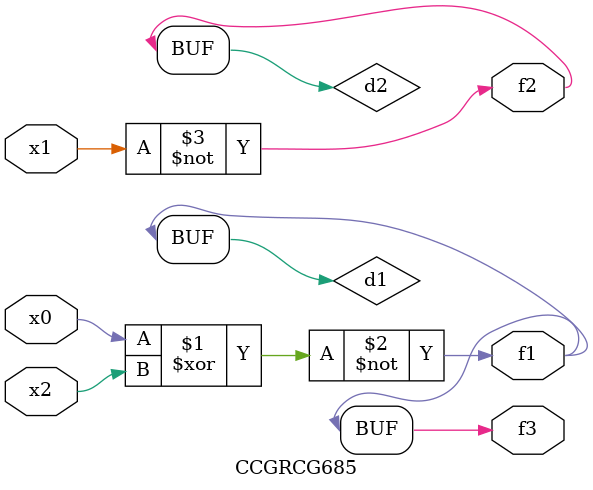
<source format=v>
module CCGRCG685(
	input x0, x1, x2,
	output f1, f2, f3
);

	wire d1, d2, d3;

	xnor (d1, x0, x2);
	nand (d2, x1);
	nor (d3, x1, x2);
	assign f1 = d1;
	assign f2 = d2;
	assign f3 = d1;
endmodule

</source>
